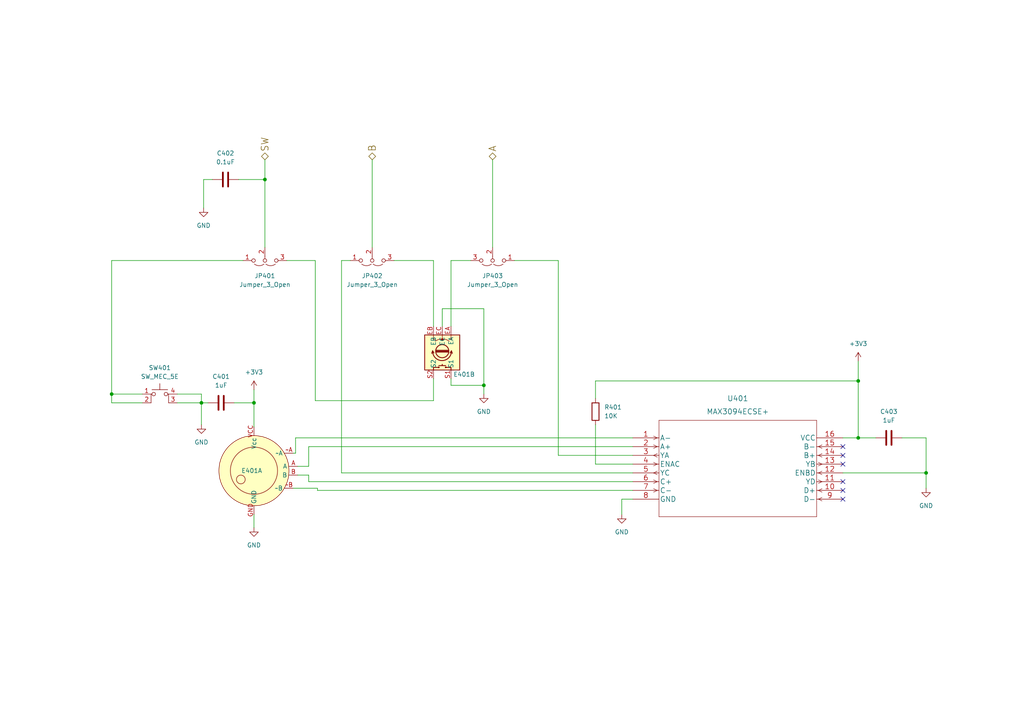
<source format=kicad_sch>
(kicad_sch (version 20211123) (generator eeschema)
  (paper "A4")
  (lib_symbols
    (symbol "Combined_MPG_ENCODER_1"
      (property "Reference" "E" (at 1.27 -11.43 0))
      (property "Value" "Combined_MPG_ENCODER_1" (at 0 3.3 0))
      (symbol "Combined_MPG_ENCODER_1_1_1"
        (circle (center 0 0) (radius 6.8392))
        (circle (center 0 0) (radius 10.16) (fill (type background)))
        (circle (center 3.81 -2.54) (radius 1.27) (fill (type background)))
        (pin bidirectional line (at -12.7 1.27 0) (length 2.54) (name "A") (number "A"))
        (pin bidirectional line (at -12.7 -1.27 0) (length 2.54) (name "B") (number "B"))
        (pin power_in line (at 0 -12.7 90) (length 2.54) (name "GND") (number "GND"))
        (pin power_in line (at 0 12.7 270) (length 2.54) (name "Vcc") (number "VCC"))
        (pin bidirectional line (at -11.43 5.08 0) (length 2.54) (name "~A") (number "~A"))
        (pin bidirectional line (at -11.43 -5.08 0) (length 2.54) (name "~B") (number "~B"))
      )
      (symbol "Combined_MPG_ENCODER_1_2_1"
        (rectangle (start -5.08 5.08) (end 5.08 -5.08) (stroke (width 0.254)) (fill (type background)))
        (circle (center -3.81 0) (radius 0.254) (fill (type outline)))
        (arc (start -0.381 -2.794) (mid 2.3622 -0.0635) (end -0.381 2.667) (stroke (width 0.254)))
        (circle (center -0.381 0) (radius 1.905) (stroke (width 0.254)))
        (polyline (pts (xy -0.635 -1.778) (xy -0.635 1.778)) (stroke (width 0.254)))
        (polyline (pts (xy -0.381 -1.778) (xy -0.381 1.778)) (stroke (width 0.254)))
        (polyline (pts (xy -0.127 1.778) (xy -0.127 -1.778)) (stroke (width 0.254)))
        (polyline (pts (xy 3.81 0) (xy 3.429 0)) (stroke (width 0.254)))
        (polyline (pts (xy 3.81 1.016) (xy 3.81 -1.016)) (stroke (width 0.254)))
        (polyline (pts (xy -5.08 -2.54) (xy -3.81 -2.54) (xy -3.81 -2.032)))
        (polyline (pts (xy -5.08 2.54) (xy -3.81 2.54) (xy -3.81 2.032)))
        (polyline (pts (xy 0.254 -3.048) (xy -0.508 -2.794) (xy 0.127 -2.413)) (stroke (width 0.254)))
        (polyline (pts (xy 0.254 2.921) (xy -0.508 2.667) (xy 0.127 2.286)) (stroke (width 0.254)))
        (polyline (pts (xy 5.08 -2.54) (xy 4.318 -2.54) (xy 4.318 -1.016)) (stroke (width 0.254)))
        (polyline (pts (xy 5.08 2.54) (xy 4.318 2.54) (xy 4.318 1.016)) (stroke (width 0.254)))
        (polyline (pts (xy -5.08 0) (xy -3.81 0) (xy -3.81 -1.016) (xy -3.302 -2.032)))
        (polyline (pts (xy -4.318 0) (xy -3.81 0) (xy -3.81 1.016) (xy -3.302 2.032)))
        (circle (center 4.318 -1.016) (radius 0.127) (stroke (width 0.254)))
        (circle (center 4.318 1.016) (radius 0.127) (stroke (width 0.254)))
        (pin passive line (at -7.62 2.54 0) (length 2.54) (name "EA") (number "EA"))
        (pin passive line (at -7.62 -2.54 0) (length 2.54) (name "EB") (number "EB"))
        (pin passive line (at -7.62 0 0) (length 2.54) (name "EC") (number "EC"))
        (pin passive line (at 7.62 2.54 180) (length 2.54) (name "S1") (number "S1"))
        (pin passive line (at 7.62 -2.54 180) (length 2.54) (name "S2") (number "S2"))
      )
    )
    (symbol "Device:C" (pin_numbers hide) (pin_names (offset 0.254))
      (property "Reference" "C" (at 0.635 2.54 0))
      (property "Value" "C" (at 0.635 -2.54 0))
      (symbol "C_0_1"
        (polyline (pts (xy -2.032 -0.762) (xy 2.032 -0.762)) (stroke (width 0.508)))
        (polyline (pts (xy -2.032 0.762) (xy 2.032 0.762)) (stroke (width 0.508)))
      )
      (symbol "C_1_1"
        (pin passive line (at 0 3.81 270) (length 2.794) (name "~") (number "1"))
        (pin passive line (at 0 -3.81 90) (length 2.794) (name "~") (number "2"))
      )
    )
    (symbol "Device:R" (pin_numbers hide) (pin_names (offset 0))
      (property "Reference" "R" (at 2.032 0 90))
      (property "Value" "R" (at 0 0 90))
      (symbol "R_0_1"
        (rectangle (start -1.016 -2.54) (end 1.016 2.54) (stroke (width 0.254)))
      )
      (symbol "R_1_1"
        (pin passive line (at 0 3.81 270) (length 1.27) (name "~") (number "1"))
        (pin passive line (at 0 -3.81 90) (length 1.27) (name "~") (number "2"))
      )
    )
    (symbol "Jumper:Jumper_3_Open" (pin_names (offset 0) hide)
      (property "Reference" "JP" (at -2.54 -2.54 0))
      (property "Value" "Jumper_3_Open" (at 0 2.794 0))
      (symbol "Jumper_3_Open_0_0"
        (circle (center -3.302 0) (radius 0.508))
        (circle (center 0 0) (radius 0.508))
        (circle (center 3.302 0) (radius 0.508))
      )
      (symbol "Jumper_3_Open_0_1"
        (arc (start -0.254 1.016) (mid -1.651 1.4992) (end -3.048 1.016))
        (polyline (pts (xy 0 -0.508) (xy 0 -1.27)))
        (arc (start 3.048 1.016) (mid 1.651 1.4992) (end 0.254 1.016))
      )
      (symbol "Jumper_3_Open_1_1"
        (pin passive line (at -6.35 0 0) (length 2.54) (name "A") (number "1"))
        (pin input line (at 0 -3.81 90) (length 2.54) (name "C") (number "2"))
        (pin passive line (at 6.35 0 180) (length 2.54) (name "B") (number "3"))
      )
    )
    (symbol "MarcoK:Combined_MPG_ENCODER"
      (property "Reference" "E" (at 1.27 -11.43 0))
      (property "Value" "Combined_MPG_ENCODER" (at 0 3.3 0))
      (symbol "Combined_MPG_ENCODER_1_1"
        (circle (center 0 0) (radius 6.8392))
        (circle (center 0 0) (radius 10.16) (fill (type background)))
        (circle (center 3.81 -2.54) (radius 1.27) (fill (type background)))
        (pin bidirectional line (at -12.7 1.27 0) (length 2.54) (name "A") (number "A"))
        (pin bidirectional line (at -12.7 -1.27 0) (length 2.54) (name "B") (number "B"))
        (pin power_in line (at 0 -12.7 90) (length 2.54) (name "GND") (number "GND"))
        (pin power_in line (at 0 12.7 270) (length 2.54) (name "Vcc") (number "VCC"))
        (pin bidirectional line (at -11.43 5.08 0) (length 2.54) (name "~A") (number "~A"))
        (pin bidirectional line (at -11.43 -5.08 0) (length 2.54) (name "~B") (number "~B"))
      )
      (symbol "Combined_MPG_ENCODER_2_1"
        (rectangle (start -5.08 5.08) (end 5.08 -5.08) (stroke (width 0.254)) (fill (type background)))
        (circle (center -3.81 0) (radius 0.254) (fill (type outline)))
        (arc (start -0.381 -2.794) (mid 2.3622 -0.0635) (end -0.381 2.667) (stroke (width 0.254)))
        (circle (center -0.381 0) (radius 1.905) (stroke (width 0.254)))
        (polyline (pts (xy -0.635 -1.778) (xy -0.635 1.778)) (stroke (width 0.254)))
        (polyline (pts (xy -0.381 -1.778) (xy -0.381 1.778)) (stroke (width 0.254)))
        (polyline (pts (xy -0.127 1.778) (xy -0.127 -1.778)) (stroke (width 0.254)))
        (polyline (pts (xy 3.81 0) (xy 3.429 0)) (stroke (width 0.254)))
        (polyline (pts (xy 3.81 1.016) (xy 3.81 -1.016)) (stroke (width 0.254)))
        (polyline (pts (xy -5.08 -2.54) (xy -3.81 -2.54) (xy -3.81 -2.032)))
        (polyline (pts (xy -5.08 2.54) (xy -3.81 2.54) (xy -3.81 2.032)))
        (polyline (pts (xy 0.254 -3.048) (xy -0.508 -2.794) (xy 0.127 -2.413)) (stroke (width 0.254)))
        (polyline (pts (xy 0.254 2.921) (xy -0.508 2.667) (xy 0.127 2.286)) (stroke (width 0.254)))
        (polyline (pts (xy 5.08 -2.54) (xy 4.318 -2.54) (xy 4.318 -1.016)) (stroke (width 0.254)))
        (polyline (pts (xy 5.08 2.54) (xy 4.318 2.54) (xy 4.318 1.016)) (stroke (width 0.254)))
        (polyline (pts (xy -5.08 0) (xy -3.81 0) (xy -3.81 -1.016) (xy -3.302 -2.032)))
        (polyline (pts (xy -4.318 0) (xy -3.81 0) (xy -3.81 1.016) (xy -3.302 2.032)))
        (circle (center 4.318 -1.016) (radius 0.127) (stroke (width 0.254)))
        (circle (center 4.318 1.016) (radius 0.127) (stroke (width 0.254)))
        (pin passive line (at -7.62 2.54 0) (length 2.54) (name "EA") (number "EA"))
        (pin passive line (at -7.62 -2.54 0) (length 2.54) (name "EB") (number "EB"))
        (pin passive line (at -7.62 0 0) (length 2.54) (name "EC") (number "EC"))
        (pin passive line (at 7.62 2.54 180) (length 2.54) (name "S1") (number "S1"))
        (pin passive line (at 7.62 -2.54 180) (length 2.54) (name "S2") (number "S2"))
      )
    )
    (symbol "MarcoK:MAX3094ECSE+" (pin_names (offset 0.254))
      (property "Reference" "U" (at 30.48 10.16 0))
      (property "Value" "MAX3094ECSE+" (at 30.48 7.62 0))
      (symbol "MAX3094ECSE+_1_1"
        (polyline (pts (xy 7.112 -15.24) (xy 6.0452 -15.748)) (stroke (width 0.127)))
        (polyline (pts (xy 7.112 -15.24) (xy 6.0452 -14.732)) (stroke (width 0.127)))
        (polyline (pts (xy 7.112 -12.7) (xy 6.0452 -13.208)) (stroke (width 0.127)))
        (polyline (pts (xy 7.112 -12.7) (xy 6.0452 -12.192)) (stroke (width 0.127)))
        (polyline (pts (xy 7.112 -10.668) (xy 6.0452 -10.16)) (stroke (width 0.127)))
        (polyline (pts (xy 7.112 -9.652) (xy 6.0452 -10.16)) (stroke (width 0.127)))
        (polyline (pts (xy 7.112 -7.62) (xy 6.0452 -8.128)) (stroke (width 0.127)))
        (polyline (pts (xy 7.112 -7.62) (xy 6.0452 -7.112)) (stroke (width 0.127)))
        (polyline (pts (xy 7.112 -5.588) (xy 6.0452 -5.08)) (stroke (width 0.127)))
        (polyline (pts (xy 7.112 -4.572) (xy 6.0452 -5.08)) (stroke (width 0.127)))
        (polyline (pts (xy 7.112 -2.54) (xy 6.0452 -3.048)) (stroke (width 0.127)))
        (polyline (pts (xy 7.112 -2.54) (xy 6.0452 -2.032)) (stroke (width 0.127)))
        (polyline (pts (xy 7.112 0) (xy 6.0452 -0.508)) (stroke (width 0.127)))
        (polyline (pts (xy 7.112 0) (xy 6.0452 0.508)) (stroke (width 0.127)))
        (polyline (pts (xy 7.62 -22.86) (xy 53.34 -22.86)) (stroke (width 0.127)))
        (polyline (pts (xy 7.62 5.08) (xy 7.62 -22.86)) (stroke (width 0.127)))
        (polyline (pts (xy 53.34 -22.86) (xy 53.34 5.08)) (stroke (width 0.127)))
        (polyline (pts (xy 53.34 5.08) (xy 7.62 5.08)) (stroke (width 0.127)))
        (polyline (pts (xy 53.848 -17.78) (xy 54.9148 -18.288)) (stroke (width 0.127)))
        (polyline (pts (xy 53.848 -17.78) (xy 54.9148 -17.272)) (stroke (width 0.127)))
        (polyline (pts (xy 53.848 -15.24) (xy 54.9148 -15.748)) (stroke (width 0.127)))
        (polyline (pts (xy 53.848 -15.24) (xy 54.9148 -14.732)) (stroke (width 0.127)))
        (polyline (pts (xy 53.848 -13.208) (xy 54.9148 -12.7)) (stroke (width 0.127)))
        (polyline (pts (xy 53.848 -12.192) (xy 54.9148 -12.7)) (stroke (width 0.127)))
        (polyline (pts (xy 53.848 -10.16) (xy 54.9148 -10.668)) (stroke (width 0.127)))
        (polyline (pts (xy 53.848 -10.16) (xy 54.9148 -9.652)) (stroke (width 0.127)))
        (polyline (pts (xy 53.848 -8.128) (xy 54.9148 -7.62)) (stroke (width 0.127)))
        (polyline (pts (xy 53.848 -7.112) (xy 54.9148 -7.62)) (stroke (width 0.127)))
        (polyline (pts (xy 53.848 -5.08) (xy 54.9148 -5.588)) (stroke (width 0.127)))
        (polyline (pts (xy 53.848 -5.08) (xy 54.9148 -4.572)) (stroke (width 0.127)))
        (polyline (pts (xy 53.848 -2.54) (xy 54.9148 -3.048)) (stroke (width 0.127)))
        (polyline (pts (xy 53.848 -2.54) (xy 54.9148 -2.032)) (stroke (width 0.127)))
        (pin input line (at 0 0 0) (length 7.62) (name "A-") (number "1"))
        (pin input line (at 60.96 -15.24 180) (length 7.62) (name "D+") (number "10"))
        (pin output line (at 60.96 -12.7 180) (length 7.62) (name "YD") (number "11"))
        (pin input line (at 60.96 -10.16 180) (length 7.62) (name "ENBD") (number "12"))
        (pin output line (at 60.96 -7.62 180) (length 7.62) (name "YB") (number "13"))
        (pin input line (at 60.96 -5.08 180) (length 7.62) (name "B+") (number "14"))
        (pin input line (at 60.96 -2.54 180) (length 7.62) (name "B-") (number "15"))
        (pin power_in line (at 60.96 0 180) (length 7.62) (name "VCC") (number "16"))
        (pin input line (at 0 -2.54 0) (length 7.62) (name "A+") (number "2"))
        (pin output line (at 0 -5.08 0) (length 7.62) (name "YA") (number "3"))
        (pin input line (at 0 -7.62 0) (length 7.62) (name "ENAC") (number "4"))
        (pin output line (at 0 -10.16 0) (length 7.62) (name "YC") (number "5"))
        (pin input line (at 0 -12.7 0) (length 7.62) (name "C+") (number "6"))
        (pin input line (at 0 -15.24 0) (length 7.62) (name "C-") (number "7"))
        (pin power_in line (at 0 -17.78 0) (length 7.62) (name "GND") (number "8"))
        (pin input line (at 60.96 -17.78 180) (length 7.62) (name "D-") (number "9"))
      )
    )
    (symbol "Switch:SW_MEC_5E" (pin_names (offset 1.016) hide)
      (property "Reference" "SW" (at 0.635 5.715 0))
      (property "Value" "SW_MEC_5E" (at 0 -3.175 0))
      (symbol "SW_MEC_5E_0_1"
        (circle (center -1.778 2.54) (radius 0.508))
        (polyline (pts (xy -2.286 3.81) (xy 2.286 3.81)))
        (polyline (pts (xy 0 3.81) (xy 0 5.588)))
        (polyline (pts (xy -2.54 0) (xy -2.54 2.54) (xy -2.286 2.54)))
        (polyline (pts (xy 2.54 0) (xy 2.54 2.54) (xy 2.286 2.54)))
        (circle (center 1.778 2.54) (radius 0.508))
        (pin passive line (at -5.08 2.54 0) (length 2.54) (name "1") (number "1"))
        (pin passive line (at -5.08 0 0) (length 2.54) (name "2") (number "2"))
        (pin passive line (at 5.08 0 180) (length 2.54) (name "K") (number "3"))
        (pin passive line (at 5.08 2.54 180) (length 2.54) (name "A") (number "4"))
      )
    )
    (symbol "power:+3.3V" (power) (pin_names (offset 0))
      (property "Value" "+3.3V" (at 0 3.556 0))
      (symbol "+3.3V_0_1"
        (polyline (pts (xy -0.762 1.27) (xy 0 2.54)))
        (polyline (pts (xy 0 0) (xy 0 2.54)))
        (polyline (pts (xy 0 2.54) (xy 0.762 1.27)))
      )
      (symbol "+3.3V_1_1"
        (pin power_in line (at 0 0 90) (length 0) hide (name "+3V3") (number "1"))
      )
    )
    (symbol "power:GND" (power) (pin_names (offset 0))
      (property "Value" "GND" (at 0 -3.81 0))
      (symbol "GND_0_1"
        (polyline (pts (xy 0 0) (xy 0 -1.27) (xy 1.27 -1.27) (xy 0 -2.54) (xy -1.27 -1.27) (xy 0 -1.27)))
      )
      (symbol "GND_1_1"
        (pin power_in line (at 0 0 270) (length 0) hide (name "GND") (number "1"))
      )
    )
  )
  (junction (at 140.335 111.76))
  (junction (at 248.92 110.49))
  (junction (at 268.605 137.16))
  (junction (at 73.66 116.84))
  (junction (at 76.835 52.07))
  (junction (at 32.385 114.3))
  (junction (at 248.92 127))
  (junction (at 58.42 116.84))
  (no_connect (at 244.475 139.7))
  (no_connect (at 244.475 142.24))
  (no_connect (at 244.475 134.62))
  (no_connect (at 244.475 129.54))
  (no_connect (at 244.475 132.08))
  (no_connect (at 244.475 144.78))
  (wire (pts (xy 140.335 111.76) (xy 140.335 114.3)))
  (wire (pts (xy 248.92 110.49) (xy 248.92 104.775)))
  (wire (pts (xy 130.81 75.565) (xy 130.81 94.615)))
  (wire (pts (xy 91.44 75.565) (xy 83.185 75.565)))
  (wire (pts (xy 41.275 116.84) (xy 32.385 116.84)))
  (wire (pts (xy 130.81 75.565) (xy 136.525 75.565)))
  (wire (pts (xy 161.925 75.565) (xy 149.225 75.565)))
  (wire (pts (xy 51.435 116.84) (xy 58.42 116.84)))
  (wire (pts (xy 91.44 116.205) (xy 91.44 75.565)))
  (wire (pts (xy 183.515 144.78) (xy 180.34 144.78)))
  (wire (pts (xy 73.66 116.84) (xy 73.66 123.825)))
  (wire (pts (xy 161.925 75.565) (xy 161.925 132.08)))
  (wire (pts (xy 58.42 114.3) (xy 58.42 116.84)))
  (wire (pts (xy 125.73 75.565) (xy 125.73 94.615)))
  (wire (pts (xy 85.725 127) (xy 183.515 127)))
  (wire (pts (xy 58.42 116.84) (xy 58.42 123.19)))
  (wire (pts (xy 99.06 137.16) (xy 183.515 137.16)))
  (wire (pts (xy 41.275 114.3) (xy 32.385 114.3)))
  (wire (pts (xy 130.81 111.76) (xy 140.335 111.76)))
  (wire (pts (xy 268.605 137.16) (xy 268.605 141.605)))
  (wire (pts (xy 261.62 127) (xy 268.605 127)))
  (wire (pts (xy 92.075 142.24) (xy 183.515 142.24)))
  (wire (pts (xy 89.535 135.255) (xy 89.535 129.54)))
  (wire (pts (xy 85.09 141.605) (xy 92.075 141.605)))
  (wire (pts (xy 61.595 52.07) (xy 59.055 52.07)))
  (wire (pts (xy 73.66 116.84) (xy 67.945 116.84)))
  (wire (pts (xy 125.73 116.205) (xy 91.44 116.205)))
  (wire (pts (xy 51.435 114.3) (xy 58.42 114.3)))
  (wire (pts (xy 89.535 139.7) (xy 183.515 139.7)))
  (wire (pts (xy 32.385 114.3) (xy 32.385 75.565)))
  (wire (pts (xy 73.66 113.03) (xy 73.66 116.84)))
  (wire (pts (xy 248.92 127) (xy 254 127)))
  (wire (pts (xy 59.055 52.07) (xy 59.055 60.325)))
  (wire (pts (xy 89.535 137.795) (xy 89.535 139.7)))
  (wire (pts (xy 101.6 75.565) (xy 99.06 75.565)))
  (wire (pts (xy 125.73 75.565) (xy 114.3 75.565)))
  (wire (pts (xy 183.515 132.08) (xy 161.925 132.08)))
  (wire (pts (xy 268.605 127) (xy 268.605 137.16)))
  (wire (pts (xy 244.475 127) (xy 248.92 127)))
  (wire (pts (xy 73.66 149.225) (xy 73.66 153.035)))
  (wire (pts (xy 85.09 131.445) (xy 85.725 131.445)))
  (wire (pts (xy 69.215 52.07) (xy 76.835 52.07)))
  (wire (pts (xy 89.535 129.54) (xy 183.515 129.54)))
  (wire (pts (xy 172.72 134.62) (xy 183.515 134.62)))
  (wire (pts (xy 85.725 131.445) (xy 85.725 127)))
  (wire (pts (xy 92.075 141.605) (xy 92.075 142.24)))
  (wire (pts (xy 32.385 116.84) (xy 32.385 114.3)))
  (wire (pts (xy 76.835 52.07) (xy 76.835 71.755)))
  (wire (pts (xy 86.36 135.255) (xy 89.535 135.255)))
  (wire (pts (xy 172.72 115.57) (xy 172.72 110.49)))
  (wire (pts (xy 60.325 116.84) (xy 58.42 116.84)))
  (wire (pts (xy 128.27 89.535) (xy 140.335 89.535)))
  (wire (pts (xy 99.06 75.565) (xy 99.06 137.16)))
  (wire (pts (xy 244.475 137.16) (xy 268.605 137.16)))
  (wire (pts (xy 180.34 144.78) (xy 180.34 149.225)))
  (wire (pts (xy 32.385 75.565) (xy 70.485 75.565)))
  (wire (pts (xy 142.875 46.355) (xy 142.875 71.755)))
  (wire (pts (xy 86.36 137.795) (xy 89.535 137.795)))
  (wire (pts (xy 107.95 46.355) (xy 107.95 71.755)))
  (wire (pts (xy 140.335 89.535) (xy 140.335 111.76)))
  (wire (pts (xy 172.72 110.49) (xy 248.92 110.49)))
  (wire (pts (xy 248.92 110.49) (xy 248.92 127)))
  (wire (pts (xy 125.73 109.855) (xy 125.73 116.205)))
  (wire (pts (xy 172.72 123.19) (xy 172.72 134.62)))
  (wire (pts (xy 130.81 109.855) (xy 130.81 111.76)))
  (wire (pts (xy 128.27 94.615) (xy 128.27 89.535)))
  (wire (pts (xy 76.835 46.355) (xy 76.835 52.07)))
  (hierarchical_label "A" (shape bidirectional) (at 142.875 46.355 90) (effects (font (size 2.0066 2.0066))))
  (hierarchical_label "SW" (shape bidirectional) (at 76.835 46.355 90) (effects (font (size 2.0066 2.0066))))
  (hierarchical_label "B" (shape bidirectional) (at 107.95 46.355 90) (effects (font (size 2.0066 2.0066))))
  (symbol (lib_id "MarcoK:Combined_MPG_ENCODER") (at 73.66 136.525 0) (mirror y) (unit 1)
    (property "Reference" "E401" (at 73.025 136.525 0))
    (property "Value" "Combined_MPG_ENCODER" (effects hide))
    (property "Footprint" "MarcoK:HAND_WHEEL_ENCODER" (effects hide))
  )
  (symbol (lib_id "power:GND") (at 140.335 114.3 0) (mirror y) (unit 1)
    (property "Reference" "#PWR0405" (effects hide))
    (property "Value" "GND" (at 140.335 119.38 0))
  )
  (symbol (lib_id "power:GND") (at 58.42 123.19 0) (mirror y) (unit 1)
    (property "Reference" "#PWR0401" (effects hide))
    (property "Value" "GND" (at 58.42 128.27 0))
  )
  (symbol (lib_id "Device:C") (at 64.135 116.84 270) (mirror x) (unit 1)
    (property "Reference" "C401" (at 64.135 109.22 90))
    (property "Value" "1uF" (at 64.135 111.76 90))
    (property "Footprint" "Capacitor_SMD:C_0805_2012Metric_Pad1.18x1.45mm_HandSolder" (effects hide))
  )
  (symbol (lib_id "Jumper:Jumper_3_Open") (at 76.835 75.565 0) (mirror x) (unit 1)
    (property "Reference" "JP401" (at 76.835 80.01 0))
    (property "Value" "Jumper_3_Open" (at 76.835 82.55 0))
    (property "Footprint" "Jumper:SolderJumper-3_P2.0mm_Open_TrianglePad1.0x1.5mm_NumberLabels" (effects hide))
  )
  (symbol (lib_id "Switch:SW_MEC_5E") (at 46.355 116.84 0) (unit 1)
    (property "Reference" "SW401" (at 46.355 106.68 0))
    (property "Value" "SW_MEC_5E" (at 46.355 109.22 0))
    (property "Footprint" "MarcoK:TACTILE_SWITCH_6MM_SMD_2" (effects hide))
    (property "Datasheet" "http://www.apem.com/int/index.php?controller=attachment&id_attachment=1371" (effects hide))
  )
  (symbol (lib_id "Jumper:Jumper_3_Open") (at 142.875 75.565 180) (unit 1)
    (property "Reference" "JP403" (at 142.875 80.01 0))
    (property "Value" "Jumper_3_Open" (at 142.875 82.55 0))
    (property "Footprint" "Jumper:SolderJumper-3_P2.0mm_Open_TrianglePad1.0x1.5mm_NumberLabels" (effects hide))
  )
  (symbol (lib_id "Device:R") (at 172.72 119.38 0) (unit 1)
    (property "Reference" "R401" (at 175.26 118.1099 0) (effects (justify left)))
    (property "Value" "10K" (at 175.26 120.6499 0) (effects (justify left)))
    (property "Footprint" "Resistor_SMD:R_0805_2012Metric_Pad1.20x1.40mm_HandSolder" (effects hide))
  )
  (symbol (lib_id "power:+3.3V") (at 73.66 113.03 0) (mirror y) (unit 1)
    (property "Reference" "#PWR0403" (effects hide))
    (property "Value" "+3.3V" (at 73.66 107.95 0))
  )
  (symbol (lib_name "Combined_MPG_ENCODER_1") (lib_id "MarcoK:Combined_MPG_ENCODER") (at 128.27 102.235 270) (unit 2)
    (property "Reference" "E401" (at 134.62 108.585 90))
    (property "Value" "Combined_MPG_ENCODER" (effects hide))
    (property "Footprint" "MarcoK:HAND_WHEEL_ENCODER" (effects hide))
  )
  (symbol (lib_id "Jumper:Jumper_3_Open") (at 107.95 75.565 0) (mirror x) (unit 1)
    (property "Reference" "JP402" (at 107.95 80.01 0))
    (property "Value" "Jumper_3_Open" (at 107.95 82.55 0))
    (property "Footprint" "Jumper:SolderJumper-3_P2.0mm_Open_TrianglePad1.0x1.5mm_NumberLabels" (effects hide))
  )
  (symbol (lib_id "Device:C") (at 65.405 52.07 90) (unit 1)
    (property "Reference" "C402" (at 65.405 44.45 90))
    (property "Value" "0.1uF" (at 65.405 46.99 90))
    (property "Footprint" "Capacitor_SMD:C_0805_2012Metric_Pad1.18x1.45mm_HandSolder" (effects hide))
  )
  (symbol (lib_id "Device:C") (at 257.81 127 90) (unit 1)
    (property "Reference" "C403" (at 257.81 119.38 90))
    (property "Value" "1uF" (at 257.81 121.92 90))
    (property "Footprint" "Capacitor_SMD:C_0805_2012Metric_Pad1.18x1.45mm_HandSolder" (effects hide))
  )
  (symbol (lib_id "power:+3.3V") (at 248.92 104.775 0) (unit 1)
    (property "Reference" "#PWR0407" (effects hide))
    (property "Value" "+3.3V" (at 248.92 99.695 0))
  )
  (symbol (lib_id "power:GND") (at 180.34 149.225 0) (unit 1)
    (property "Reference" "#PWR0406" (effects hide))
    (property "Value" "GND" (at 180.34 154.305 0))
  )
  (symbol (lib_id "power:GND") (at 73.66 153.035 0) (mirror y) (unit 1)
    (property "Reference" "#PWR0404" (effects hide))
    (property "Value" "GND" (at 73.66 158.115 0))
  )
  (symbol (lib_id "power:GND") (at 268.605 141.605 0) (unit 1)
    (property "Reference" "#PWR0408" (effects hide))
    (property "Value" "GND" (at 268.605 146.685 0))
  )
  (symbol (lib_id "power:GND") (at 59.055 60.325 0) (mirror y) (unit 1)
    (property "Reference" "#PWR0402" (effects hide))
    (property "Value" "GND" (at 59.055 65.405 0))
  )
  (symbol (lib_id "MarcoK:MAX3094ECSE+") (at 183.515 127 0) (unit 1)
    (property "Reference" "U401" (at 213.995 115.57 0) (effects (font (size 1.524 1.524))))
    (property "Value" "MAX3094ECSE+" (at 213.995 119.38 0) (effects (font (size 1.524 1.524))))
    (property "Footprint" "Package_SO:SOIC-16_3.9x9.9mm_P1.27mm" (effects hide))
  )
)
</source>
